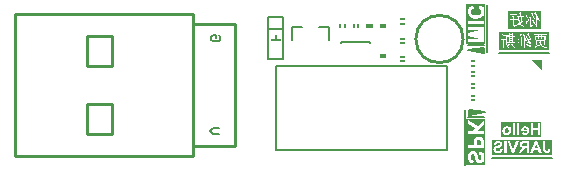
<source format=gbo>
G04*
G04 #@! TF.GenerationSoftware,Altium Limited,Altium Designer,21.6.4 (81)*
G04*
G04 Layer_Color=32896*
%FSLAX24Y24*%
%MOIN*%
G70*
G04*
G04 #@! TF.SameCoordinates,18F95803-63CF-49D0-9880-B3B199DA49BA*
G04*
G04*
G04 #@! TF.FilePolarity,Positive*
G04*
G01*
G75*
%ADD15C,0.0060*%
%ADD16C,0.0079*%
%ADD18C,0.0010*%
%ADD59C,0.0050*%
%ADD82C,0.0100*%
%ADD83C,0.0020*%
G36*
X17115Y14910D02*
X16985D01*
Y14945D01*
X17115D01*
Y14910D01*
D02*
G37*
G36*
Y14755D02*
X16985D01*
X16985Y14790D01*
X17115D01*
X17115Y14755D01*
D02*
G37*
G36*
X16490Y14730D02*
X16310D01*
Y14765D01*
X16490D01*
Y14730D01*
D02*
G37*
G36*
X16040D02*
X15860D01*
Y14765D01*
X16040D01*
Y14730D01*
D02*
G37*
G36*
X16490Y14635D02*
X16310D01*
Y14670D01*
X16490D01*
Y14635D01*
D02*
G37*
G36*
X16040D02*
X15860D01*
Y14670D01*
X16040D01*
Y14635D01*
D02*
G37*
G36*
X15595D02*
X15560D01*
Y14765D01*
X15595D01*
Y14635D01*
D02*
G37*
G36*
X15440Y14765D02*
Y14635D01*
X15405Y14635D01*
Y14765D01*
X15440Y14765D01*
D02*
G37*
G36*
X15145Y14635D02*
X15110Y14635D01*
Y14765D01*
X15145Y14765D01*
Y14635D01*
D02*
G37*
G36*
X14990D02*
X14955D01*
Y14765D01*
X14990D01*
Y14635D01*
D02*
G37*
G36*
X17115Y14260D02*
X16985D01*
Y14295D01*
X17115D01*
Y14260D01*
D02*
G37*
G36*
X12885D02*
X13005D01*
Y14200D01*
X12695D01*
Y14260D01*
X12815D01*
Y14400D01*
X12885D01*
Y14260D01*
D02*
G37*
G36*
X17115Y14105D02*
X16985D01*
X16985Y14140D01*
X17115D01*
X17115Y14105D01*
D02*
G37*
G36*
X16490Y13730D02*
X16310D01*
Y13765D01*
X16490D01*
Y13730D01*
D02*
G37*
G36*
X17115Y13660D02*
X16985D01*
X16985Y13695D01*
X17115D01*
X17115Y13660D01*
D02*
G37*
G36*
X16490Y13635D02*
X16310D01*
Y13670D01*
X16490D01*
Y13635D01*
D02*
G37*
G36*
X19465Y13510D02*
X19335D01*
Y13545D01*
X19465D01*
Y13510D01*
D02*
G37*
G36*
X17115Y13505D02*
X16985D01*
Y13540D01*
X17115D01*
Y13505D01*
D02*
G37*
G36*
X19465Y13355D02*
X19335D01*
X19335Y13390D01*
X19465D01*
X19465Y13355D01*
D02*
G37*
G36*
X21700Y13250D02*
X21400Y13550D01*
X21700D01*
X21700Y13250D01*
D02*
G37*
G36*
X19465Y13160D02*
X19335D01*
Y13195D01*
X19465D01*
Y13160D01*
D02*
G37*
G36*
Y13005D02*
X19335D01*
X19335Y13040D01*
X19465D01*
X19465Y13005D01*
D02*
G37*
G36*
Y12760D02*
X19335D01*
Y12795D01*
X19465D01*
Y12760D01*
D02*
G37*
G36*
Y12605D02*
X19335D01*
X19335Y12640D01*
X19465D01*
X19465Y12605D01*
D02*
G37*
G36*
Y12360D02*
X19335D01*
Y12395D01*
X19465D01*
Y12360D01*
D02*
G37*
G36*
Y12205D02*
X19335D01*
X19335Y12240D01*
X19465D01*
X19465Y12205D01*
D02*
G37*
G36*
X21700Y11000D02*
X20346D01*
Y11490D01*
X21700D01*
Y11000D01*
D02*
G37*
G36*
X22050Y10400D02*
X20047D01*
Y10898D01*
X22050D01*
Y10400D01*
D02*
G37*
G36*
X21950Y13900D02*
X20290D01*
Y14496D01*
X21950D01*
Y13900D01*
D02*
G37*
G36*
X21700Y15198D02*
Y14600D01*
X20568D01*
Y15198D01*
X21700D01*
D02*
G37*
G36*
X19831Y10050D02*
X19200D01*
Y11594D01*
X19831D01*
Y10050D01*
D02*
G37*
G36*
X19831Y14100D02*
X19200D01*
Y15424D01*
X19831D01*
Y14100D01*
D02*
G37*
%LPC*%
G36*
X21650Y11440D02*
X21572D01*
Y11289D01*
X21421D01*
Y11440D01*
X21343D01*
Y11056D01*
X21650D01*
Y11440D01*
D02*
G37*
G36*
X20683Y11341D02*
Y11203D01*
X20683Y11205D01*
Y11209D01*
X20682Y11213D01*
X20681Y11222D01*
X20679Y11233D01*
X20675Y11244D01*
X20672Y11257D01*
X20665Y11270D01*
Y11270D01*
X20664Y11271D01*
X20664Y11273D01*
X20662Y11275D01*
X20658Y11281D01*
X20652Y11289D01*
X20645Y11298D01*
X20636Y11306D01*
X20626Y11315D01*
X20614Y11323D01*
X20614D01*
X20613Y11323D01*
X20611Y11324D01*
X20608Y11325D01*
X20605Y11327D01*
X20602Y11328D01*
X20597Y11330D01*
X20593Y11332D01*
X20582Y11335D01*
X20569Y11338D01*
X20555Y11340D01*
X20540Y11341D01*
X20683D01*
X20396D01*
X20534D01*
X20529Y11340D01*
X20524Y11340D01*
X20518Y11339D01*
X20511Y11337D01*
X20503Y11336D01*
X20495Y11334D01*
X20487Y11331D01*
X20478Y11328D01*
X20470Y11324D01*
X20461Y11319D01*
X20452Y11313D01*
X20444Y11307D01*
X20436Y11300D01*
X20436Y11299D01*
X20435Y11298D01*
X20432Y11295D01*
X20430Y11293D01*
X20427Y11288D01*
X20423Y11284D01*
X20420Y11278D01*
X20416Y11271D01*
X20412Y11264D01*
X20408Y11256D01*
X20405Y11248D01*
X20402Y11239D01*
X20400Y11229D01*
X20397Y11219D01*
X20396Y11208D01*
X20396Y11196D01*
Y11190D01*
X20396Y11185D01*
X20397Y11180D01*
X20398Y11174D01*
X20399Y11167D01*
X20401Y11159D01*
X20403Y11151D01*
X20406Y11143D01*
X20409Y11134D01*
X20413Y11125D01*
X20418Y11116D01*
X20423Y11108D01*
X20430Y11099D01*
X20437Y11091D01*
X20437Y11091D01*
X20438Y11089D01*
X20441Y11087D01*
X20444Y11084D01*
X20448Y11082D01*
X20453Y11078D01*
X20458Y11074D01*
X20465Y11071D01*
X20472Y11067D01*
X20480Y11063D01*
X20488Y11059D01*
X20497Y11057D01*
X20507Y11054D01*
X20517Y11052D01*
X20528Y11051D01*
X20539Y11050D01*
X20683D01*
Y11341D01*
D02*
G37*
G36*
X21285D02*
X21025D01*
X21152D01*
X21147Y11340D01*
X21142Y11340D01*
X21136Y11339D01*
X21129Y11337D01*
X21122Y11336D01*
X21114Y11334D01*
X21107Y11331D01*
X21098Y11328D01*
X21090Y11323D01*
X21082Y11319D01*
X21074Y11313D01*
X21067Y11306D01*
X21060Y11299D01*
X21059Y11299D01*
X21058Y11298D01*
X21057Y11295D01*
X21054Y11291D01*
X21052Y11287D01*
X21049Y11282D01*
X21046Y11275D01*
X21042Y11268D01*
X21039Y11260D01*
X21036Y11250D01*
X21033Y11240D01*
X21030Y11229D01*
X21028Y11216D01*
X21026Y11203D01*
X21025Y11189D01*
Y11174D01*
X21209D01*
Y11173D01*
Y11172D01*
Y11170D01*
X21209Y11168D01*
X21208Y11163D01*
X21207Y11155D01*
X21205Y11147D01*
X21202Y11138D01*
X21198Y11130D01*
X21192Y11123D01*
X21192Y11122D01*
X21189Y11120D01*
X21185Y11117D01*
X21180Y11114D01*
X21174Y11111D01*
X21167Y11108D01*
X21158Y11106D01*
X21149Y11105D01*
X21147D01*
X21143Y11106D01*
X21139Y11106D01*
X21135Y11107D01*
X21130Y11109D01*
X21125Y11111D01*
X21121Y11114D01*
X21120Y11115D01*
X21118Y11116D01*
X21116Y11118D01*
X21114Y11122D01*
X21111Y11126D01*
X21108Y11131D01*
X21105Y11138D01*
X21102Y11145D01*
X21029Y11133D01*
Y11132D01*
X21030Y11131D01*
X21031Y11129D01*
X21032Y11126D01*
X21033Y11123D01*
X21035Y11119D01*
X21040Y11110D01*
X21046Y11100D01*
X21054Y11089D01*
X21063Y11080D01*
X21074Y11071D01*
X21074D01*
X21075Y11070D01*
X21077Y11069D01*
X21079Y11068D01*
X21082Y11066D01*
X21086Y11064D01*
X21090Y11063D01*
X21095Y11061D01*
X21106Y11057D01*
X21119Y11053D01*
X21134Y11051D01*
X21150Y11050D01*
X21285D01*
Y11200D01*
X21284Y11205D01*
X21284Y11210D01*
X21283Y11217D01*
X21282Y11224D01*
X21280Y11233D01*
X21276Y11250D01*
X21273Y11259D01*
X21270Y11268D01*
X21265Y11277D01*
X21260Y11285D01*
X21255Y11294D01*
X21249Y11301D01*
X21248Y11302D01*
X21247Y11303D01*
X21245Y11305D01*
X21242Y11308D01*
X21239Y11310D01*
X21234Y11314D01*
X21229Y11318D01*
X21224Y11321D01*
X21218Y11325D01*
X21210Y11329D01*
X21203Y11332D01*
X21195Y11335D01*
X21187Y11337D01*
X21177Y11339D01*
X21168Y11340D01*
X21158Y11341D01*
X21285D01*
D02*
G37*
G36*
X20965Y11440D02*
X20891D01*
Y11056D01*
X20965D01*
Y11440D01*
D02*
G37*
G36*
X20816D02*
X20742D01*
Y11056D01*
X20816D01*
Y11440D01*
D02*
G37*
%LPD*%
G36*
X21572Y11056D02*
X21421D01*
Y11224D01*
X21572D01*
Y11056D01*
D02*
G37*
G36*
X20544Y11280D02*
X20549Y11280D01*
X20556Y11278D01*
X20564Y11275D01*
X20572Y11271D01*
X20581Y11266D01*
X20588Y11259D01*
X20589Y11258D01*
X20591Y11255D01*
X20594Y11249D01*
X20598Y11243D01*
X20602Y11234D01*
X20604Y11223D01*
X20607Y11210D01*
X20608Y11195D01*
Y11195D01*
Y11194D01*
Y11192D01*
X20607Y11189D01*
Y11185D01*
X20607Y11181D01*
X20605Y11172D01*
X20603Y11162D01*
X20599Y11151D01*
X20595Y11140D01*
X20588Y11132D01*
X20587Y11130D01*
X20585Y11128D01*
X20581Y11125D01*
X20574Y11121D01*
X20568Y11117D01*
X20559Y11113D01*
X20550Y11111D01*
X20539Y11110D01*
X20537D01*
X20534Y11111D01*
X20529Y11111D01*
X20523Y11113D01*
X20515Y11115D01*
X20507Y11119D01*
X20499Y11124D01*
X20491Y11132D01*
X20490Y11133D01*
X20488Y11135D01*
X20485Y11141D01*
X20481Y11148D01*
X20477Y11157D01*
X20475Y11168D01*
X20472Y11181D01*
X20471Y11195D01*
Y11196D01*
Y11197D01*
Y11199D01*
X20472Y11202D01*
Y11205D01*
X20472Y11210D01*
X20473Y11219D01*
X20476Y11229D01*
X20480Y11239D01*
X20484Y11250D01*
X20491Y11259D01*
X20492Y11260D01*
X20494Y11262D01*
X20499Y11266D01*
X20504Y11270D01*
X20512Y11274D01*
X20519Y11278D01*
X20529Y11280D01*
X20539Y11281D01*
X20542D01*
X20544Y11280D01*
D02*
G37*
G36*
X20683Y11050D02*
X20543D01*
X20546Y11051D01*
X20549D01*
X20553Y11051D01*
X20563Y11052D01*
X20574Y11054D01*
X20587Y11057D01*
X20599Y11062D01*
X20613Y11067D01*
X20613D01*
X20614Y11068D01*
X20616Y11069D01*
X20618Y11071D01*
X20624Y11074D01*
X20632Y11080D01*
X20640Y11087D01*
X20649Y11096D01*
X20658Y11106D01*
X20665Y11118D01*
Y11118D01*
X20666Y11119D01*
X20667Y11121D01*
X20668Y11124D01*
X20669Y11127D01*
X20671Y11131D01*
X20673Y11135D01*
X20674Y11140D01*
X20676Y11146D01*
X20678Y11152D01*
X20680Y11166D01*
X20683Y11182D01*
X20683Y11199D01*
Y11050D01*
D02*
G37*
G36*
X21162Y11283D02*
X21167Y11282D01*
X21173Y11280D01*
X21180Y11277D01*
X21187Y11273D01*
X21193Y11266D01*
X21193Y11266D01*
X21195Y11263D01*
X21198Y11259D01*
X21200Y11254D01*
X21204Y11247D01*
X21206Y11239D01*
X21208Y11229D01*
X21208Y11219D01*
X21098D01*
Y11219D01*
Y11220D01*
Y11221D01*
X21099Y11224D01*
X21099Y11230D01*
X21101Y11236D01*
X21103Y11244D01*
X21106Y11253D01*
X21110Y11260D01*
X21115Y11267D01*
X21116Y11268D01*
X21118Y11270D01*
X21121Y11273D01*
X21126Y11276D01*
X21131Y11279D01*
X21138Y11281D01*
X21145Y11284D01*
X21153Y11284D01*
X21157D01*
X21162Y11283D01*
D02*
G37*
G36*
X21285Y11050D02*
X21153D01*
X21157Y11051D01*
X21162D01*
X21168Y11052D01*
X21175Y11053D01*
X21183Y11054D01*
X21190Y11056D01*
X21199Y11058D01*
X21208Y11062D01*
X21217Y11066D01*
X21226Y11070D01*
X21235Y11076D01*
X21243Y11082D01*
X21250Y11089D01*
X21258Y11097D01*
X21258Y11098D01*
X21259Y11099D01*
X21260Y11101D01*
X21262Y11104D01*
X21264Y11108D01*
X21266Y11112D01*
X21269Y11117D01*
X21271Y11123D01*
X21274Y11130D01*
X21276Y11137D01*
X21279Y11145D01*
X21280Y11154D01*
X21282Y11163D01*
X21284Y11172D01*
X21284Y11183D01*
X21285Y11193D01*
Y11050D01*
D02*
G37*
%LPC*%
G36*
X20936Y10841D02*
X20852D01*
X20755Y10557D01*
X20661Y10841D01*
X20578D01*
X20715Y10457D01*
X20578D01*
D01*
X20936D01*
D01*
X20798D01*
X20936Y10841D01*
D02*
G37*
G36*
X21562D02*
X21480D01*
X21326Y10457D01*
X21711D01*
X21562Y10841D01*
D02*
G37*
G36*
X21284D02*
X21111D01*
X21106Y10841D01*
X21100D01*
X21094Y10840D01*
X21086D01*
X21072Y10839D01*
X21057Y10837D01*
X21043Y10834D01*
X21037Y10832D01*
X21032Y10831D01*
X21031D01*
X21030Y10830D01*
X21027Y10829D01*
X21022Y10826D01*
X21015Y10822D01*
X21008Y10817D01*
X21001Y10811D01*
X20994Y10803D01*
X20987Y10794D01*
Y10793D01*
X20987Y10792D01*
X20985Y10791D01*
X20984Y10789D01*
X20982Y10784D01*
X20978Y10776D01*
X20975Y10767D01*
X20973Y10757D01*
X20970Y10746D01*
X20970Y10734D01*
Y10733D01*
Y10732D01*
Y10729D01*
X20970Y10726D01*
Y10723D01*
X20971Y10719D01*
X20973Y10709D01*
X20976Y10697D01*
X20980Y10685D01*
X20987Y10673D01*
X20991Y10668D01*
X20995Y10662D01*
X20996Y10661D01*
X20997Y10661D01*
X20998Y10659D01*
X21000Y10658D01*
X21003Y10655D01*
X21006Y10653D01*
X21010Y10650D01*
X21014Y10647D01*
X21019Y10644D01*
X21025Y10641D01*
X21032Y10638D01*
X21038Y10635D01*
X21046Y10633D01*
X21054Y10630D01*
X21062Y10628D01*
X21071Y10626D01*
X21071D01*
X21070Y10626D01*
X21067Y10624D01*
X21063Y10621D01*
X21057Y10617D01*
X21050Y10612D01*
X21044Y10607D01*
X21037Y10601D01*
X21030Y10594D01*
X21030Y10594D01*
X21027Y10591D01*
X21024Y10587D01*
X21019Y10580D01*
X21012Y10572D01*
X21009Y10566D01*
X21005Y10560D01*
X21000Y10554D01*
X20996Y10548D01*
X20991Y10540D01*
X20986Y10532D01*
X20939Y10457D01*
X21127D01*
X21032D01*
X21088Y10540D01*
X21088Y10541D01*
X21089Y10543D01*
X21090Y10545D01*
X21093Y10548D01*
X21095Y10551D01*
X21098Y10555D01*
X21104Y10564D01*
X21111Y10574D01*
X21118Y10583D01*
X21124Y10592D01*
X21126Y10594D01*
X21129Y10597D01*
X21129Y10598D01*
X21130Y10599D01*
X21133Y10601D01*
X21135Y10604D01*
X21139Y10606D01*
X21143Y10609D01*
X21148Y10611D01*
X21152Y10613D01*
X21153D01*
X21154Y10614D01*
X21157Y10615D01*
X21161Y10615D01*
X21167Y10617D01*
X21174Y10617D01*
X21181Y10618D01*
X21206D01*
Y10457D01*
X21284D01*
Y10841D01*
D02*
G37*
G36*
X20541D02*
X20464D01*
Y10457D01*
X20541D01*
Y10841D01*
D02*
G37*
G36*
X21832D02*
X21754D01*
Y10586D01*
X21755Y10581D01*
X21755Y10570D01*
X21756Y10559D01*
X21758Y10547D01*
X21760Y10534D01*
X21763Y10524D01*
Y10523D01*
X21764Y10522D01*
X21764Y10520D01*
X21765Y10518D01*
X21768Y10512D01*
X21772Y10504D01*
X21778Y10496D01*
X21785Y10487D01*
X21794Y10478D01*
X21804Y10470D01*
X21805D01*
X21805Y10469D01*
X21807Y10468D01*
X21810Y10467D01*
X21812Y10466D01*
X21816Y10464D01*
X21820Y10462D01*
X21825Y10460D01*
X21830Y10458D01*
X21836Y10456D01*
X21849Y10453D01*
X21865Y10451D01*
X21882Y10450D01*
X21754D01*
D01*
X22000D01*
X21887D01*
X21891Y10451D01*
X21896Y10451D01*
X21901Y10452D01*
X21907Y10453D01*
X21914Y10454D01*
X21928Y10458D01*
X21936Y10461D01*
X21943Y10463D01*
X21950Y10467D01*
X21957Y10471D01*
X21963Y10476D01*
X21969Y10482D01*
X21970Y10482D01*
X21971Y10483D01*
X21972Y10485D01*
X21974Y10488D01*
X21977Y10491D01*
X21979Y10495D01*
X21982Y10500D01*
X21984Y10505D01*
X21988Y10512D01*
X21991Y10518D01*
X21993Y10526D01*
X21995Y10534D01*
X21997Y10543D01*
X21999Y10553D01*
X21999Y10564D01*
X22000Y10575D01*
X21926Y10583D01*
Y10583D01*
Y10582D01*
Y10580D01*
X21926Y10578D01*
Y10572D01*
X21925Y10565D01*
X21923Y10557D01*
X21922Y10549D01*
X21920Y10543D01*
X21917Y10537D01*
X21916Y10535D01*
X21915Y10533D01*
X21912Y10530D01*
X21907Y10527D01*
X21902Y10523D01*
X21896Y10519D01*
X21888Y10517D01*
X21879Y10516D01*
X21875D01*
X21870Y10517D01*
X21865Y10518D01*
X21859Y10519D01*
X21853Y10522D01*
X21847Y10525D01*
X21843Y10530D01*
X21842Y10531D01*
X21841Y10534D01*
X21840Y10538D01*
X21837Y10544D01*
X21836Y10548D01*
X21835Y10552D01*
X21835Y10557D01*
X21834Y10563D01*
X21833Y10569D01*
X21832Y10576D01*
X21832Y10584D01*
Y10592D01*
Y10841D01*
D02*
G37*
G36*
X20256Y10848D02*
X20249D01*
X20244Y10848D01*
X20238Y10847D01*
X20231Y10847D01*
X20223Y10846D01*
X20215Y10845D01*
X20197Y10841D01*
X20188Y10838D01*
X20180Y10835D01*
X20171Y10831D01*
X20162Y10827D01*
X20155Y10822D01*
X20147Y10816D01*
X20147Y10816D01*
X20146Y10815D01*
X20144Y10813D01*
X20142Y10811D01*
X20139Y10807D01*
X20136Y10804D01*
X20132Y10799D01*
X20129Y10794D01*
X20125Y10788D01*
X20122Y10782D01*
X20119Y10775D01*
X20116Y10767D01*
X20113Y10759D01*
X20111Y10750D01*
X20109Y10741D01*
X20109Y10731D01*
X20186Y10729D01*
Y10729D01*
Y10730D01*
X20187Y10734D01*
X20188Y10739D01*
X20191Y10745D01*
X20193Y10752D01*
X20197Y10759D01*
X20202Y10765D01*
X20208Y10771D01*
X20208Y10771D01*
X20211Y10773D01*
X20215Y10775D01*
X20220Y10777D01*
X20227Y10780D01*
X20235Y10782D01*
X20245Y10784D01*
X20257Y10784D01*
X20262D01*
X20268Y10784D01*
X20276Y10782D01*
X20284Y10781D01*
X20293Y10778D01*
X20301Y10775D01*
X20309Y10770D01*
X20309Y10769D01*
X20311Y10768D01*
X20313Y10766D01*
X20315Y10764D01*
X20317Y10760D01*
X20319Y10756D01*
X20321Y10751D01*
X20321Y10746D01*
Y10745D01*
Y10744D01*
X20321Y10741D01*
X20319Y10738D01*
X20318Y10734D01*
X20317Y10730D01*
X20314Y10726D01*
X20310Y10723D01*
X20309Y10722D01*
X20307Y10720D01*
X20305Y10719D01*
X20302Y10718D01*
X20299Y10716D01*
X20296Y10715D01*
X20291Y10713D01*
X20286Y10711D01*
X20280Y10709D01*
X20274Y10706D01*
X20266Y10704D01*
X20258Y10702D01*
X20249Y10700D01*
X20239Y10697D01*
X20238D01*
X20236Y10696D01*
X20233Y10696D01*
X20230Y10695D01*
X20225Y10694D01*
X20220Y10692D01*
X20213Y10690D01*
X20207Y10689D01*
X20194Y10684D01*
X20180Y10680D01*
X20167Y10675D01*
X20161Y10672D01*
X20156Y10669D01*
X20155D01*
X20155Y10669D01*
X20151Y10666D01*
X20146Y10663D01*
X20140Y10659D01*
X20134Y10653D01*
X20126Y10646D01*
X20119Y10639D01*
X20113Y10630D01*
X20112Y10629D01*
X20111Y10625D01*
X20108Y10620D01*
X20105Y10613D01*
X20102Y10604D01*
X20100Y10594D01*
X20098Y10582D01*
X20097Y10569D01*
Y10563D01*
X20098Y10560D01*
X20099Y10557D01*
X20100Y10549D01*
X20102Y10539D01*
X20105Y10528D01*
X20110Y10518D01*
X20116Y10507D01*
Y10506D01*
X20117Y10505D01*
X20120Y10502D01*
X20124Y10497D01*
X20130Y10491D01*
X20137Y10483D01*
X20146Y10477D01*
X20156Y10470D01*
X20168Y10464D01*
X20169D01*
X20170Y10463D01*
X20172Y10463D01*
X20175Y10462D01*
X20178Y10461D01*
X20182Y10459D01*
X20186Y10458D01*
X20191Y10457D01*
X20197Y10456D01*
X20203Y10454D01*
X20218Y10452D01*
X20234Y10451D01*
X20252Y10450D01*
X20097D01*
D01*
X20410D01*
D01*
X20259D01*
X20264Y10451D01*
X20270Y10451D01*
X20277Y10452D01*
X20284Y10453D01*
X20293Y10454D01*
X20311Y10458D01*
X20321Y10461D01*
X20329Y10464D01*
X20339Y10468D01*
X20348Y10472D01*
X20356Y10477D01*
X20364Y10483D01*
X20364Y10484D01*
X20366Y10485D01*
X20368Y10487D01*
X20370Y10489D01*
X20373Y10493D01*
X20377Y10498D01*
X20381Y10503D01*
X20384Y10508D01*
X20388Y10515D01*
X20392Y10522D01*
X20396Y10530D01*
X20400Y10539D01*
X20403Y10549D01*
X20406Y10559D01*
X20408Y10570D01*
X20410Y10582D01*
D01*
X20334Y10589D01*
Y10589D01*
X20334Y10588D01*
Y10585D01*
X20333Y10583D01*
X20331Y10577D01*
X20328Y10568D01*
X20325Y10559D01*
X20320Y10549D01*
X20314Y10541D01*
X20307Y10533D01*
X20306Y10533D01*
X20303Y10530D01*
X20299Y10528D01*
X20292Y10524D01*
X20284Y10521D01*
X20275Y10518D01*
X20263Y10516D01*
X20251Y10515D01*
X20245D01*
X20238Y10517D01*
X20230Y10518D01*
X20221Y10519D01*
X20211Y10522D01*
X20202Y10526D01*
X20195Y10531D01*
X20193Y10532D01*
X20191Y10534D01*
X20188Y10537D01*
X20185Y10542D01*
X20181Y10547D01*
X20178Y10554D01*
X20176Y10560D01*
X20175Y10568D01*
Y10569D01*
Y10570D01*
X20176Y10573D01*
X20176Y10577D01*
X20177Y10580D01*
X20178Y10584D01*
X20181Y10588D01*
X20183Y10592D01*
X20184Y10592D01*
X20185Y10593D01*
X20187Y10595D01*
X20190Y10597D01*
X20193Y10600D01*
X20198Y10603D01*
X20204Y10605D01*
X20211Y10608D01*
X20212D01*
X20214Y10609D01*
X20218Y10610D01*
X20221Y10611D01*
X20224Y10612D01*
X20228Y10613D01*
X20232Y10615D01*
X20237Y10616D01*
X20243Y10618D01*
X20250Y10619D01*
X20257Y10621D01*
X20265Y10623D01*
X20273Y10625D01*
X20274D01*
X20276Y10626D01*
X20280Y10627D01*
X20283Y10628D01*
X20288Y10630D01*
X20294Y10631D01*
X20301Y10634D01*
X20308Y10636D01*
X20322Y10641D01*
X20336Y10648D01*
X20343Y10651D01*
X20349Y10655D01*
X20356Y10659D01*
X20361Y10663D01*
X20361Y10664D01*
X20362Y10665D01*
X20364Y10666D01*
X20366Y10669D01*
X20369Y10672D01*
X20372Y10676D01*
X20375Y10680D01*
X20378Y10685D01*
X20384Y10696D01*
X20390Y10710D01*
X20392Y10717D01*
X20394Y10724D01*
X20395Y10732D01*
X20396Y10741D01*
Y10741D01*
Y10742D01*
Y10744D01*
Y10746D01*
X20394Y10751D01*
X20393Y10759D01*
X20392Y10767D01*
X20389Y10776D01*
X20385Y10786D01*
X20379Y10796D01*
Y10796D01*
X20379Y10797D01*
X20376Y10800D01*
X20373Y10805D01*
X20367Y10810D01*
X20361Y10816D01*
X20352Y10823D01*
X20343Y10829D01*
X20332Y10835D01*
X20331D01*
X20330Y10835D01*
X20328Y10836D01*
X20326Y10837D01*
X20323Y10838D01*
X20319Y10839D01*
X20315Y10840D01*
X20310Y10842D01*
X20299Y10844D01*
X20286Y10846D01*
X20272Y10848D01*
X20256Y10848D01*
D02*
G37*
%LPD*%
G36*
X21574Y10609D02*
X21468D01*
X21522Y10752D01*
X21574Y10609D01*
D02*
G37*
G36*
X21629Y10457D02*
X21409D01*
X21443Y10544D01*
X21597D01*
X21629Y10457D01*
D02*
G37*
G36*
X21206Y10679D02*
X21131D01*
X21120Y10679D01*
X21108Y10680D01*
X21096Y10680D01*
X21091Y10681D01*
X21087Y10681D01*
X21083Y10683D01*
X21080Y10683D01*
X21079D01*
X21078Y10684D01*
X21075Y10685D01*
X21072Y10687D01*
X21065Y10692D01*
X21061Y10695D01*
X21058Y10699D01*
X21058Y10700D01*
X21057Y10701D01*
X21055Y10704D01*
X21054Y10707D01*
X21053Y10711D01*
X21051Y10716D01*
X21050Y10722D01*
X21050Y10728D01*
Y10729D01*
Y10731D01*
X21050Y10735D01*
X21051Y10739D01*
X21053Y10744D01*
X21054Y10749D01*
X21057Y10755D01*
X21060Y10759D01*
X21061Y10760D01*
X21062Y10761D01*
X21065Y10763D01*
X21068Y10766D01*
X21072Y10769D01*
X21077Y10771D01*
X21083Y10773D01*
X21090Y10775D01*
X21090D01*
X21092Y10775D01*
X21095D01*
X21100Y10776D01*
X21113D01*
X21118Y10776D01*
X21206D01*
Y10679D01*
D02*
G37*
%LPC*%
G36*
X21467Y14438D02*
X21427Y14390D01*
X21585D01*
Y14342D01*
X21516D01*
X21494Y14363D01*
X21462Y14330D01*
X21478Y14316D01*
Y14315D01*
Y14313D01*
Y14310D01*
Y14306D01*
Y14301D01*
Y14296D01*
Y14284D01*
X21477Y14270D01*
Y14257D01*
X21477Y14250D01*
Y14245D01*
X21476Y14239D01*
Y14235D01*
X21515Y14223D01*
Y14244D01*
X21798D01*
Y14231D01*
X21841Y14216D01*
Y14217D01*
Y14218D01*
Y14220D01*
X21840Y14224D01*
Y14227D01*
Y14231D01*
X21839Y14241D01*
X21839Y14252D01*
Y14265D01*
X21838Y14277D01*
Y14290D01*
Y14290D01*
Y14291D01*
Y14293D01*
Y14295D01*
Y14299D01*
Y14302D01*
Y14311D01*
X21839Y14321D01*
X21839Y14334D01*
X21840Y14347D01*
X21841Y14361D01*
X21801Y14342D01*
X21731D01*
Y14390D01*
X21839D01*
X21843Y14389D01*
X21848D01*
X21854Y14388D01*
X21861Y14387D01*
X21869Y14385D01*
X21878Y14383D01*
X21900Y14412D01*
X21494D01*
X21467Y14438D01*
D02*
G37*
G36*
X20833Y14444D02*
X20340D01*
X20650D01*
X20594Y14418D01*
X20610Y14402D01*
Y14353D01*
X20604D01*
X20580Y14374D01*
X20542Y14330D01*
X20610D01*
Y14139D01*
X20607D01*
X20582Y14162D01*
X20545Y14120D01*
X20545Y14124D01*
Y14125D01*
X20544Y14126D01*
Y14129D01*
X20544Y14133D01*
X20543Y14137D01*
X20542Y14143D01*
X20542Y14149D01*
X20541Y14156D01*
X20541Y14165D01*
X20540Y14174D01*
Y14184D01*
X20540Y14195D01*
X20539Y14206D01*
X20539Y14219D01*
Y14232D01*
Y14246D01*
Y14247D01*
Y14249D01*
Y14254D01*
Y14259D01*
Y14266D01*
Y14274D01*
Y14283D01*
Y14294D01*
X20539Y14305D01*
Y14316D01*
Y14329D01*
X20540Y14342D01*
X20540Y14368D01*
X20541Y14396D01*
X20505Y14377D01*
X20504D01*
X20501Y14378D01*
X20498Y14379D01*
X20492Y14380D01*
X20485Y14382D01*
X20478Y14384D01*
X20469Y14386D01*
X20460Y14389D01*
X20440Y14395D01*
X20420Y14403D01*
X20411Y14407D01*
X20402Y14412D01*
X20394Y14417D01*
X20387Y14423D01*
X20351Y14375D01*
X20360D01*
X20365Y14374D01*
X20371Y14373D01*
X20378Y14373D01*
X20387Y14372D01*
X20396Y14371D01*
X20408Y14370D01*
X20420Y14369D01*
X20433Y14367D01*
X20448Y14365D01*
X20464Y14363D01*
X20482Y14360D01*
X20501Y14357D01*
Y14250D01*
X20406D01*
X20381Y14272D01*
X20340Y14227D01*
X20402D01*
Y14055D01*
Y14055D01*
Y14054D01*
Y14053D01*
Y14050D01*
Y14048D01*
Y14044D01*
Y14040D01*
Y14035D01*
X20401Y14029D01*
Y14023D01*
Y14016D01*
Y14008D01*
X20401Y13999D01*
Y13990D01*
X20400Y13979D01*
Y13968D01*
X20442Y13952D01*
X20340D01*
X20446D01*
X20442D01*
Y13952D01*
Y13953D01*
Y13955D01*
Y13957D01*
Y13961D01*
Y13964D01*
X20441Y13968D01*
Y13973D01*
Y13979D01*
Y13984D01*
Y13998D01*
X20441Y14014D01*
Y14032D01*
Y14052D01*
X20440Y14073D01*
Y14095D01*
Y14119D01*
X20440Y14145D01*
Y14171D01*
Y14199D01*
Y14227D01*
X20501D01*
Y14226D01*
Y14225D01*
Y14224D01*
Y14221D01*
Y14219D01*
Y14215D01*
Y14206D01*
Y14196D01*
X20501Y14184D01*
X20502Y14171D01*
X20503Y14157D01*
X20505Y14143D01*
X20507Y14127D01*
X20509Y14112D01*
X20512Y14097D01*
X20516Y14083D01*
X20520Y14069D01*
X20526Y14057D01*
X20532Y14045D01*
X20532Y14045D01*
X20534Y14043D01*
X20535Y14040D01*
X20538Y14036D01*
X20542Y14032D01*
X20546Y14026D01*
X20551Y14020D01*
X20557Y14013D01*
X20563Y14006D01*
X20570Y13998D01*
X20578Y13991D01*
X20587Y13983D01*
X20596Y13975D01*
X20606Y13967D01*
X20616Y13959D01*
X20627Y13952D01*
D01*
X20635Y13964D01*
X20635Y13965D01*
X20633Y13966D01*
X20631Y13968D01*
X20628Y13971D01*
X20625Y13974D01*
X20621Y13978D01*
X20617Y13983D01*
X20612Y13988D01*
X20602Y13999D01*
X20592Y14012D01*
X20582Y14026D01*
X20573Y14040D01*
Y14041D01*
X20572Y14042D01*
X20571Y14044D01*
X20570Y14047D01*
X20567Y14051D01*
X20566Y14055D01*
X20564Y14060D01*
X20561Y14065D01*
X20556Y14078D01*
X20552Y14092D01*
X20547Y14108D01*
X20546Y14116D01*
X20791D01*
X20812Y14111D01*
X20833Y14139D01*
X20752D01*
Y14330D01*
X20781D01*
X20800Y14326D01*
X20821Y14353D01*
X20752D01*
Y14353D01*
Y14355D01*
Y14357D01*
Y14359D01*
Y14363D01*
Y14367D01*
Y14372D01*
Y14377D01*
X20753Y14383D01*
Y14390D01*
X20753Y14405D01*
X20754Y14421D01*
X20754Y14440D01*
X20698Y14415D01*
X20715Y14397D01*
Y14353D01*
X20647D01*
Y14353D01*
Y14355D01*
Y14357D01*
Y14360D01*
Y14363D01*
Y14367D01*
Y14372D01*
Y14378D01*
X20648Y14384D01*
Y14391D01*
Y14398D01*
X20648Y14406D01*
Y14415D01*
X20649Y14424D01*
X20650Y14444D01*
X20833D01*
D01*
D02*
G37*
G36*
X21052Y14432D02*
X21051Y14431D01*
X21049Y14431D01*
X21046Y14429D01*
X21041Y14427D01*
X21036Y14424D01*
X21031Y14421D01*
X21019Y14414D01*
X21006Y14406D01*
X21000Y14402D01*
X20995Y14397D01*
X20990Y14393D01*
X20986Y14390D01*
X20984Y14386D01*
X20983Y14382D01*
Y14382D01*
X20982Y14380D01*
Y14376D01*
Y14372D01*
X20983Y14367D01*
X20984Y14362D01*
X20986Y14356D01*
X20990Y14351D01*
X20990Y14351D01*
X20991Y14349D01*
X20994Y14347D01*
X20996Y14345D01*
X20999Y14342D01*
X21001Y14340D01*
X21004Y14339D01*
X21007Y14338D01*
X21008D01*
X21009Y14339D01*
X21011Y14339D01*
X21013Y14341D01*
X21015Y14343D01*
X21018Y14347D01*
X21021Y14352D01*
X21023Y14359D01*
Y14360D01*
X21024Y14360D01*
X21025Y14363D01*
X21027Y14369D01*
X21031Y14376D01*
X21035Y14385D01*
X21042Y14396D01*
X21050Y14408D01*
X21060Y14422D01*
X21052Y14432D01*
D02*
G37*
G36*
X21125Y14446D02*
D01*
X21068Y14413D01*
X21085Y14400D01*
X21086Y14399D01*
X21087Y14396D01*
X21088Y14395D01*
X21089Y14392D01*
X21091Y14389D01*
X21092Y14385D01*
X21095Y14381D01*
X21097Y14376D01*
X21100Y14370D01*
X21102Y14363D01*
X21105Y14357D01*
X21109Y14348D01*
X21113Y14340D01*
X21117Y14330D01*
X20960D01*
X20929Y14360D01*
X20889Y14307D01*
X21004D01*
Y14231D01*
X20969D01*
X20937Y14261D01*
X20899Y14209D01*
X21004D01*
Y14133D01*
X20970D01*
X20939Y14160D01*
X20899Y14110D01*
X21004D01*
Y14026D01*
X20950D01*
X20919Y14055D01*
X20878Y14003D01*
X21117D01*
Y13968D01*
X21157Y13952D01*
X20878D01*
D01*
X21364D01*
X21157D01*
Y13952D01*
Y13954D01*
Y13959D01*
X21156Y13965D01*
Y13969D01*
Y13973D01*
Y13978D01*
Y13984D01*
Y13990D01*
X21156Y13997D01*
Y14005D01*
Y14013D01*
Y14022D01*
Y14032D01*
X21155Y14043D01*
Y14054D01*
Y14067D01*
Y14080D01*
Y14094D01*
Y14109D01*
X21155Y14125D01*
Y14143D01*
Y14160D01*
Y14179D01*
Y14200D01*
Y14221D01*
Y14243D01*
Y14266D01*
X21155Y14265D01*
Y14263D01*
X21156Y14261D01*
X21157Y14257D01*
X21159Y14254D01*
X21161Y14250D01*
X21163Y14244D01*
X21165Y14239D01*
X21169Y14232D01*
X21172Y14225D01*
X21177Y14218D01*
X21182Y14210D01*
X21187Y14201D01*
X21194Y14192D01*
X21201Y14182D01*
X21214Y14190D01*
X21213Y14190D01*
X21212Y14193D01*
X21211Y14196D01*
X21208Y14201D01*
X21206Y14206D01*
X21202Y14213D01*
X21198Y14221D01*
X21195Y14230D01*
X21190Y14239D01*
X21186Y14249D01*
X21181Y14260D01*
X21176Y14271D01*
X21167Y14294D01*
X21159Y14318D01*
Y14319D01*
X21157Y14321D01*
X21156Y14325D01*
X21155Y14329D01*
X21153Y14335D01*
X21151Y14342D01*
X21149Y14350D01*
X21146Y14358D01*
X21144Y14368D01*
X21140Y14378D01*
X21135Y14400D01*
X21130Y14423D01*
X21125Y14446D01*
D02*
G37*
G36*
X21274Y14436D02*
X21220Y14405D01*
X21240Y14393D01*
X21240Y14392D01*
X21241Y14391D01*
X21242Y14388D01*
X21245Y14383D01*
X21248Y14378D01*
X21251Y14372D01*
X21256Y14365D01*
X21261Y14357D01*
X21266Y14347D01*
X21272Y14337D01*
X21279Y14326D01*
X21286Y14314D01*
X21295Y14300D01*
X21303Y14286D01*
X21312Y14271D01*
X21322Y14255D01*
X21250Y14262D01*
X21249Y14262D01*
X21248Y14264D01*
X21247Y14267D01*
X21245Y14270D01*
X21243Y14275D01*
X21241Y14280D01*
X21238Y14286D01*
X21235Y14292D01*
X21229Y14306D01*
X21223Y14321D01*
X21217Y14336D01*
X21212Y14351D01*
X21166Y14316D01*
X21182Y14305D01*
X21182Y14304D01*
X21185Y14300D01*
X21187Y14295D01*
X21192Y14288D01*
X21197Y14279D01*
X21203Y14269D01*
X21210Y14258D01*
X21218Y14246D01*
X21226Y14233D01*
X21236Y14220D01*
X21256Y14193D01*
X21277Y14166D01*
X21288Y14153D01*
X21299Y14141D01*
X21299D01*
X21297Y14142D01*
X21293Y14143D01*
X21289Y14144D01*
X21283Y14145D01*
X21277Y14146D01*
X21270Y14148D01*
X21262Y14149D01*
X21252Y14151D01*
X21243Y14153D01*
X21233Y14155D01*
X21222Y14157D01*
X21200Y14161D01*
X21176Y14166D01*
X21172Y14149D01*
X21173D01*
X21175Y14148D01*
X21177Y14148D01*
X21181Y14146D01*
X21186Y14145D01*
X21191Y14143D01*
X21197Y14141D01*
X21203Y14139D01*
X21217Y14135D01*
X21233Y14129D01*
X21250Y14123D01*
X21266Y14116D01*
X21266D01*
X21267Y14116D01*
X21270Y14115D01*
X21272Y14114D01*
X21276Y14112D01*
X21280Y14110D01*
X21289Y14106D01*
X21298Y14100D01*
X21308Y14095D01*
X21317Y14089D01*
X21321Y14086D01*
X21324Y14083D01*
X21358Y14134D01*
X21358D01*
X21355Y14135D01*
X21352Y14136D01*
X21347Y14138D01*
X21341Y14142D01*
X21333Y14147D01*
X21325Y14154D01*
X21316Y14162D01*
X21316Y14163D01*
X21315Y14163D01*
X21313Y14165D01*
X21312Y14167D01*
X21309Y14170D01*
X21307Y14173D01*
X21303Y14177D01*
X21299Y14181D01*
X21295Y14186D01*
X21291Y14193D01*
X21286Y14199D01*
X21281Y14206D01*
X21275Y14214D01*
X21270Y14221D01*
X21263Y14230D01*
X21257Y14240D01*
X21258D01*
X21260Y14239D01*
X21262Y14238D01*
X21266Y14237D01*
X21271Y14235D01*
X21277Y14234D01*
X21283Y14231D01*
X21291Y14229D01*
X21292D01*
X21295Y14228D01*
X21299Y14226D01*
X21304Y14224D01*
X21311Y14221D01*
X21318Y14218D01*
X21325Y14213D01*
X21333Y14206D01*
X21364Y14252D01*
X21363Y14253D01*
X21361Y14254D01*
X21358Y14256D01*
X21356Y14257D01*
X21353Y14260D01*
X21350Y14263D01*
X21346Y14267D01*
X21342Y14272D01*
X21338Y14277D01*
X21334Y14284D01*
X21329Y14292D01*
X21324Y14301D01*
X21319Y14311D01*
X21314Y14322D01*
X21314Y14323D01*
X21313Y14325D01*
X21312Y14329D01*
X21310Y14334D01*
X21307Y14339D01*
X21305Y14346D01*
X21302Y14353D01*
X21299Y14361D01*
X21296Y14370D01*
X21292Y14379D01*
X21286Y14398D01*
X21279Y14417D01*
X21274Y14436D01*
D02*
G37*
G36*
X21524Y14228D02*
X21490Y14193D01*
X21509Y14176D01*
Y14175D01*
Y14173D01*
Y14169D01*
Y14164D01*
Y14157D01*
Y14150D01*
Y14141D01*
X21508Y14133D01*
Y14114D01*
X21508Y14095D01*
Y14086D01*
X21507Y14078D01*
Y14070D01*
X21507Y14063D01*
X21549Y14048D01*
Y14184D01*
X21770D01*
Y14059D01*
X21812Y14040D01*
Y14040D01*
Y14042D01*
Y14045D01*
X21811Y14048D01*
Y14053D01*
Y14058D01*
X21811Y14063D01*
Y14070D01*
X21810Y14084D01*
Y14100D01*
X21810Y14116D01*
Y14133D01*
Y14133D01*
Y14135D01*
Y14137D01*
Y14140D01*
Y14144D01*
Y14149D01*
Y14155D01*
Y14161D01*
X21810Y14174D01*
X21811Y14190D01*
X21811Y14206D01*
X21812Y14224D01*
X21774Y14207D01*
X21548D01*
X21524Y14228D01*
D02*
G37*
G36*
X20661Y14108D02*
X20660Y14108D01*
X20658Y14107D01*
X20656Y14105D01*
X20652Y14104D01*
X20647Y14102D01*
X20642Y14099D01*
X20632Y14093D01*
X20621Y14086D01*
X20610Y14079D01*
X20606Y14075D01*
X20602Y14073D01*
X20599Y14070D01*
X20596Y14067D01*
X20596Y14067D01*
X20595Y14065D01*
X20594Y14063D01*
X20592Y14059D01*
X20589Y14052D01*
X20588Y14048D01*
X20587Y14043D01*
Y14043D01*
Y14041D01*
X20588Y14039D01*
Y14036D01*
X20589Y14032D01*
X20590Y14028D01*
X20591Y14024D01*
X20594Y14019D01*
Y14018D01*
X20595Y14017D01*
X20596Y14015D01*
X20597Y14013D01*
X20600Y14010D01*
X20602Y14008D01*
X20605Y14007D01*
X20607Y14007D01*
X20608D01*
X20609Y14007D01*
X20611Y14008D01*
X20614Y14010D01*
X20616Y14013D01*
X20619Y14017D01*
X20622Y14023D01*
X20623Y14027D01*
X20625Y14031D01*
Y14032D01*
X20625Y14032D01*
X20626Y14034D01*
X20627Y14036D01*
X20628Y14039D01*
X20630Y14042D01*
X20635Y14050D01*
X20641Y14060D01*
X20648Y14071D01*
X20657Y14083D01*
X20668Y14096D01*
X20661Y14108D01*
D02*
G37*
G36*
X21170Y14090D02*
X21166Y14073D01*
X21167Y14072D01*
X21169Y14072D01*
X21172Y14070D01*
X21176Y14068D01*
X21181Y14066D01*
X21187Y14063D01*
X21193Y14060D01*
X21201Y14057D01*
X21216Y14050D01*
X21232Y14042D01*
X21249Y14034D01*
X21265Y14026D01*
X21265D01*
X21266Y14025D01*
X21268Y14024D01*
X21271Y14023D01*
X21278Y14019D01*
X21286Y14014D01*
X21295Y14008D01*
X21304Y14001D01*
X21312Y13994D01*
X21319Y13987D01*
X21354Y14032D01*
X21353Y14032D01*
X21350Y14033D01*
X21346Y14034D01*
X21339Y14036D01*
X21331Y14039D01*
X21320Y14042D01*
X21308Y14046D01*
X21293Y14050D01*
X21293D01*
X21292Y14051D01*
X21289Y14052D01*
X21286Y14053D01*
X21281Y14054D01*
X21276Y14056D01*
X21270Y14058D01*
X21263Y14060D01*
X21255Y14063D01*
X21245Y14065D01*
X21235Y14069D01*
X21224Y14073D01*
X21212Y14077D01*
X21199Y14080D01*
X21185Y14085D01*
X21170Y14090D01*
D02*
G37*
G36*
X20727Y14106D02*
X20684Y14067D01*
X20685Y14067D01*
X20687Y14065D01*
X20691Y14063D01*
X20696Y14060D01*
X20703Y14055D01*
X20711Y14048D01*
X20716Y14043D01*
X20721Y14039D01*
X20727Y14033D01*
X20732Y14027D01*
X20733Y14027D01*
X20734Y14025D01*
X20736Y14023D01*
X20738Y14021D01*
X20742Y14018D01*
X20746Y14014D01*
X20750Y14009D01*
X20756Y14005D01*
X20761Y14000D01*
X20768Y13994D01*
X20782Y13983D01*
X20798Y13972D01*
X20816Y13960D01*
X20824Y13972D01*
X20824Y13973D01*
X20822Y13975D01*
X20818Y13978D01*
X20813Y13983D01*
X20808Y13989D01*
X20802Y13996D01*
X20794Y14003D01*
X20787Y14012D01*
X20779Y14022D01*
X20771Y14032D01*
X20763Y14043D01*
X20755Y14054D01*
X20747Y14067D01*
X20740Y14079D01*
X20733Y14093D01*
X20727Y14106D01*
D02*
G37*
G36*
X21657Y14055D02*
X21656D01*
X21654Y14055D01*
X21652Y14054D01*
X21649D01*
X21646Y14054D01*
X21637Y14052D01*
X21627Y14050D01*
X21616Y14048D01*
X21604Y14046D01*
X21591Y14044D01*
X21564Y14038D01*
X21550Y14035D01*
X21538Y14032D01*
X21525Y14029D01*
X21515Y14025D01*
X21505Y14022D01*
X21498Y14019D01*
X21497D01*
X21496Y14018D01*
X21494Y14017D01*
X21492Y14016D01*
X21487Y14012D01*
X21480Y14008D01*
X21474Y14002D01*
X21469Y13995D01*
X21467Y13991D01*
X21465Y13988D01*
X21465Y13983D01*
Y13979D01*
Y13978D01*
X21465Y13976D01*
X21467Y13972D01*
X21468Y13968D01*
X21470Y13964D01*
X21473Y13960D01*
X21477Y13958D01*
X21482Y13957D01*
X21483D01*
X21485Y13957D01*
X21487Y13958D01*
X21490Y13959D01*
X21494Y13961D01*
X21498Y13963D01*
X21502Y13967D01*
X21503Y13967D01*
X21503Y13968D01*
X21505Y13969D01*
X21507Y13971D01*
X21513Y13975D01*
X21520Y13981D01*
X21529Y13987D01*
X21540Y13993D01*
X21552Y14000D01*
X21565Y14006D01*
X21565D01*
X21566Y14007D01*
X21569Y14008D01*
X21571Y14009D01*
X21575Y14010D01*
X21579Y14012D01*
X21584Y14014D01*
X21589Y14016D01*
X21595Y14018D01*
X21603Y14020D01*
X21610Y14023D01*
X21618Y14026D01*
X21635Y14032D01*
X21655Y14037D01*
X21657Y14055D01*
D02*
G37*
G36*
X21682Y14170D02*
X21624Y14136D01*
X21643Y14120D01*
Y14120D01*
X21644Y14118D01*
X21645Y14114D01*
X21646Y14110D01*
X21647Y14105D01*
X21649Y14099D01*
X21651Y14093D01*
X21654Y14085D01*
X21660Y14070D01*
X21669Y14054D01*
X21678Y14039D01*
X21683Y14032D01*
X21689Y14025D01*
X21690Y14025D01*
X21691Y14024D01*
X21692Y14022D01*
X21695Y14020D01*
X21698Y14017D01*
X21702Y14014D01*
X21707Y14010D01*
X21712Y14007D01*
X21718Y14002D01*
X21724Y13998D01*
X21731Y13994D01*
X21739Y13989D01*
X21747Y13985D01*
X21757Y13981D01*
X21766Y13977D01*
X21776Y13973D01*
X21777D01*
X21778Y13973D01*
X21782Y13972D01*
X21786Y13971D01*
X21791Y13969D01*
X21796Y13967D01*
X21802Y13966D01*
X21810Y13963D01*
X21825Y13959D01*
X21842Y13956D01*
X21859Y13952D01*
X21876Y13950D01*
X21427D01*
X21900D01*
X21876D01*
Y13968D01*
X21875D01*
X21873Y13968D01*
X21871Y13969D01*
X21867Y13970D01*
X21863Y13971D01*
X21857Y13973D01*
X21851Y13974D01*
X21844Y13976D01*
X21837Y13979D01*
X21830Y13981D01*
X21813Y13987D01*
X21795Y13994D01*
X21776Y14003D01*
X21776Y14003D01*
X21774Y14004D01*
X21771Y14005D01*
X21768Y14007D01*
X21764Y14009D01*
X21759Y14012D01*
X21748Y14020D01*
X21737Y14029D01*
X21725Y14040D01*
X21714Y14052D01*
X21710Y14059D01*
X21705Y14067D01*
Y14067D01*
X21704Y14068D01*
X21703Y14070D01*
X21702Y14074D01*
X21700Y14078D01*
X21699Y14083D01*
X21696Y14088D01*
X21694Y14094D01*
X21692Y14102D01*
X21690Y14109D01*
X21688Y14118D01*
X21686Y14127D01*
X21685Y14137D01*
X21684Y14148D01*
X21682Y14159D01*
X21682Y14170D01*
D02*
G37*
%LPD*%
G36*
X21696Y14342D02*
X21620D01*
Y14390D01*
X21696D01*
Y14342D01*
D02*
G37*
G36*
X21798Y14266D02*
X21731D01*
Y14320D01*
X21798D01*
Y14266D01*
D02*
G37*
G36*
X21696D02*
X21620D01*
Y14320D01*
X21696D01*
Y14266D01*
D02*
G37*
G36*
X21585D02*
X21515D01*
Y14320D01*
X21585D01*
Y14266D01*
D02*
G37*
G36*
X20715Y14285D02*
X20647D01*
Y14330D01*
X20715D01*
Y14285D01*
D02*
G37*
G36*
Y14211D02*
X20647D01*
Y14262D01*
X20715D01*
Y14211D01*
D02*
G37*
G36*
Y14139D02*
X20647D01*
Y14188D01*
X20715D01*
Y14139D01*
D02*
G37*
G36*
X20546Y14116D02*
X20542D01*
X20545Y14120D01*
X20546Y14116D01*
D02*
G37*
G36*
X21117Y14231D02*
X21041D01*
Y14307D01*
X21117D01*
Y14231D01*
D02*
G37*
G36*
Y14133D02*
X21041D01*
Y14209D01*
X21117D01*
Y14133D01*
D02*
G37*
G36*
Y14026D02*
X21041D01*
Y14110D01*
X21117D01*
Y14026D01*
D02*
G37*
%LPC*%
G36*
X21013Y15140D02*
X20957Y15112D01*
X20974Y15096D01*
Y15096D01*
X20975Y15095D01*
Y15093D01*
X20976Y15090D01*
X20976Y15087D01*
X20977Y15083D01*
X20978Y15078D01*
X20980Y15073D01*
X20982Y15062D01*
X20985Y15048D01*
X20988Y15034D01*
X20992Y15018D01*
X20941D01*
X20925Y15037D01*
X20887Y15004D01*
X20904Y14989D01*
Y14989D01*
Y14987D01*
X20905Y14986D01*
Y14984D01*
X20905Y14981D01*
X20906Y14977D01*
X20907Y14969D01*
X20909Y14958D01*
X20911Y14946D01*
X20914Y14932D01*
X20917Y14918D01*
X20919Y14905D01*
X20791D01*
Y14906D01*
Y14908D01*
Y14910D01*
Y14914D01*
Y14919D01*
Y14925D01*
Y14931D01*
Y14938D01*
X20792Y14946D01*
Y14954D01*
X20793Y14971D01*
X20793Y14991D01*
X20794Y15010D01*
X20765Y14996D01*
X20719Y15067D01*
X20842D01*
X20872Y15061D01*
X20894Y15090D01*
X20716D01*
X20696Y15111D01*
X20651Y15065D01*
X20652D01*
X20654Y15064D01*
X20655Y15063D01*
X20661Y15062D01*
X20668Y15059D01*
X20676Y15055D01*
X20685Y15050D01*
X20694Y15043D01*
X20703Y15036D01*
X20704Y15035D01*
X20707Y15032D01*
X20712Y15027D01*
X20718Y15021D01*
X20725Y15014D01*
X20733Y15006D01*
X20741Y14997D01*
X20750Y14987D01*
X20735Y14979D01*
X20751Y14961D01*
Y14905D01*
X20692D01*
X20663Y14932D01*
X20618Y14883D01*
X20751D01*
Y14715D01*
Y14715D01*
Y14714D01*
Y14712D01*
X20752Y14708D01*
X20753Y14705D01*
X20754Y14701D01*
X20756Y14696D01*
X20758Y14691D01*
X20761Y14686D01*
X20765Y14681D01*
X20769Y14676D01*
X20775Y14670D01*
X20781Y14664D01*
X20789Y14659D01*
X20798Y14654D01*
X20808Y14650D01*
Y14651D01*
Y14651D01*
X20809Y14654D01*
X20810Y14657D01*
X20811Y14659D01*
X20814Y14662D01*
X20816Y14666D01*
X20820Y14669D01*
X20825Y14673D01*
X20830Y14677D01*
X20836Y14681D01*
X20844Y14685D01*
X20854Y14689D01*
X20864Y14693D01*
X20876Y14697D01*
Y14717D01*
X20875D01*
X20873Y14716D01*
X20870Y14715D01*
X20866Y14715D01*
X20861Y14714D01*
X20855Y14713D01*
X20843Y14712D01*
X20830Y14710D01*
X20824Y14709D01*
X20819Y14709D01*
X20814Y14708D01*
X20803D01*
X20801Y14709D01*
X20800Y14710D01*
X20798Y14712D01*
X20796Y14714D01*
X20794Y14717D01*
X20793Y14721D01*
X20791Y14726D01*
Y14883D01*
X20880D01*
X20901Y14878D01*
X20920Y14904D01*
X20919Y14905D01*
X20921D01*
X20920Y14904D01*
X20920Y14902D01*
X20924Y14886D01*
X20932Y14853D01*
X20937Y14837D01*
X20942Y14821D01*
X20947Y14807D01*
X20953Y14793D01*
X20952D01*
X20951Y14793D01*
X20949Y14792D01*
X20946Y14790D01*
X20942Y14789D01*
X20938Y14787D01*
X20930Y14783D01*
X20920Y14778D01*
X20911Y14773D01*
X20902Y14767D01*
X20899Y14764D01*
X20896Y14762D01*
X20895Y14761D01*
X20894Y14759D01*
X20891Y14756D01*
X20889Y14752D01*
X20887Y14747D01*
X20886Y14742D01*
X20885Y14735D01*
X20886Y14728D01*
Y14728D01*
X20887Y14725D01*
X20888Y14722D01*
X20890Y14719D01*
X20892Y14715D01*
X20894Y14712D01*
X20897Y14710D01*
X20901Y14709D01*
X20902D01*
X20905Y14710D01*
X20908Y14711D01*
X20911Y14713D01*
X20915Y14715D01*
X20920Y14719D01*
X20924Y14724D01*
Y14724D01*
X20925Y14725D01*
X20927Y14728D01*
X20932Y14732D01*
X20937Y14738D01*
X20943Y14744D01*
X20951Y14751D01*
X20959Y14758D01*
X20967Y14765D01*
X20968Y14764D01*
X20969Y14762D01*
X20972Y14759D01*
X20975Y14755D01*
X20980Y14749D01*
X20985Y14743D01*
X20991Y14737D01*
X20999Y14729D01*
X21008Y14721D01*
X21018Y14712D01*
X21029Y14703D01*
X21041Y14694D01*
X21054Y14686D01*
X21069Y14676D01*
X21086Y14667D01*
X21103Y14658D01*
X21114Y14671D01*
X21113Y14672D01*
X21110Y14673D01*
X21106Y14677D01*
X21101Y14681D01*
X21093Y14685D01*
X21086Y14691D01*
X21077Y14697D01*
X21068Y14705D01*
X21058Y14713D01*
X21049Y14721D01*
X21030Y14739D01*
X21020Y14749D01*
X21012Y14759D01*
X21003Y14769D01*
X20997Y14780D01*
X20997D01*
X20999Y14781D01*
X21002Y14782D01*
X21005Y14784D01*
X21010Y14785D01*
X21015Y14788D01*
X21020Y14790D01*
X21026Y14792D01*
X21040Y14798D01*
X21053Y14803D01*
X21067Y14808D01*
X21079Y14812D01*
X21079Y14813D01*
X21078Y14816D01*
X21077Y14821D01*
X21075Y14828D01*
X21073Y14836D01*
X21070Y14845D01*
X21067Y14856D01*
X21063Y14869D01*
X21060Y14882D01*
X21056Y14896D01*
X21053Y14911D01*
X21049Y14927D01*
X21045Y14944D01*
X21041Y14960D01*
X21034Y14995D01*
X21069D01*
X21092Y14991D01*
X21112Y15018D01*
X21031D01*
Y15019D01*
X21031Y15021D01*
X21030Y15025D01*
X21029Y15030D01*
X21028Y15036D01*
X21027Y15043D01*
X21025Y15052D01*
X21023Y15061D01*
X21022Y15070D01*
X21021Y15080D01*
X21017Y15101D01*
X21015Y15121D01*
X21014Y15131D01*
X21013Y15140D01*
D02*
G37*
G36*
X21396Y15141D02*
X21336Y15104D01*
X21359Y15091D01*
Y15090D01*
X21359Y15089D01*
X21360Y15087D01*
X21361Y15085D01*
X21365Y15078D01*
X21370Y15071D01*
X21375Y15061D01*
X21381Y15051D01*
X21387Y15041D01*
X21394Y15030D01*
X21232D01*
X21209Y15055D01*
X21162Y15003D01*
X21164D01*
X21165Y15002D01*
X21168Y15002D01*
X21172Y15001D01*
X21176Y15000D01*
X21180Y14998D01*
X21186Y14996D01*
X21192Y14992D01*
X21198Y14989D01*
X21205Y14984D01*
X21213Y14978D01*
X21220Y14971D01*
X21229Y14963D01*
X21238Y14954D01*
X21247Y14944D01*
X21259Y14951D01*
X21230Y15007D01*
X21401D01*
X21401Y15007D01*
X21402Y15005D01*
X21405Y15002D01*
X21407Y14997D01*
X21411Y14992D01*
X21415Y14986D01*
X21420Y14980D01*
X21425Y14972D01*
X21437Y14956D01*
X21452Y14940D01*
X21467Y14923D01*
X21484Y14906D01*
X21496Y14915D01*
X21495Y14915D01*
X21494Y14918D01*
X21492Y14920D01*
X21489Y14924D01*
X21486Y14930D01*
X21482Y14936D01*
X21477Y14942D01*
X21472Y14950D01*
X21467Y14959D01*
X21462Y14969D01*
X21457Y14979D01*
X21451Y14989D01*
X21440Y15011D01*
X21430Y15036D01*
X21429Y15036D01*
X21429Y15038D01*
X21427Y15042D01*
X21425Y15047D01*
X21423Y15052D01*
X21421Y15058D01*
X21418Y15066D01*
X21415Y15073D01*
X21410Y15091D01*
X21404Y15108D01*
X21399Y15125D01*
X21397Y15133D01*
X21396Y15141D01*
D02*
G37*
G36*
X21650Y15148D02*
X21162D01*
X21514D01*
X21458Y15110D01*
X21478Y15098D01*
X21479Y15098D01*
X21479Y15096D01*
X21481Y15093D01*
X21482Y15090D01*
X21485Y15086D01*
X21488Y15080D01*
X21491Y15074D01*
X21495Y15067D01*
X21499Y15060D01*
X21503Y15052D01*
X21513Y15036D01*
X21523Y15018D01*
X21534Y15000D01*
X21505Y14982D01*
X21520Y14969D01*
Y14756D01*
Y14755D01*
Y14754D01*
Y14752D01*
Y14748D01*
Y14744D01*
Y14739D01*
Y14734D01*
X21519Y14729D01*
Y14716D01*
X21518Y14703D01*
X21518Y14690D01*
X21517Y14677D01*
X21562Y14654D01*
D01*
Y14654D01*
Y14655D01*
Y14658D01*
Y14663D01*
X21561Y14670D01*
Y14678D01*
Y14687D01*
X21561Y14697D01*
Y14708D01*
X21560Y14730D01*
Y14740D01*
Y14751D01*
X21560Y14761D01*
Y14770D01*
Y14778D01*
Y14784D01*
Y14966D01*
X21560Y14965D01*
X21561Y14963D01*
X21563Y14960D01*
X21566Y14955D01*
X21568Y14950D01*
X21572Y14944D01*
X21577Y14937D01*
X21582Y14930D01*
X21593Y14914D01*
X21607Y14896D01*
X21622Y14879D01*
X21638Y14863D01*
X21650Y14871D01*
X21649Y14873D01*
X21647Y14876D01*
X21644Y14881D01*
X21639Y14887D01*
X21634Y14895D01*
X21628Y14905D01*
X21622Y14915D01*
X21614Y14927D01*
X21607Y14939D01*
X21599Y14952D01*
X21584Y14979D01*
X21570Y15006D01*
X21563Y15019D01*
X21557Y15032D01*
X21557Y15032D01*
X21556Y15035D01*
X21555Y15038D01*
X21552Y15043D01*
X21550Y15049D01*
X21547Y15056D01*
X21545Y15063D01*
X21541Y15071D01*
X21537Y15080D01*
X21534Y15090D01*
X21527Y15109D01*
X21520Y15128D01*
X21514Y15148D01*
X21650D01*
D01*
D02*
G37*
G36*
X21274Y14914D02*
X21273Y14913D01*
X21271Y14912D01*
X21269Y14910D01*
X21266Y14906D01*
X21262Y14903D01*
X21257Y14899D01*
X21247Y14889D01*
X21234Y14877D01*
X21222Y14864D01*
X21209Y14851D01*
X21198Y14838D01*
X21197Y14838D01*
X21197Y14836D01*
X21195Y14835D01*
X21193Y14833D01*
X21188Y14826D01*
X21183Y14819D01*
X21177Y14809D01*
X21172Y14800D01*
X21169Y14790D01*
X21168Y14785D01*
X21167Y14780D01*
Y14779D01*
Y14777D01*
Y14772D01*
X21168Y14767D01*
X21169Y14761D01*
X21170Y14755D01*
X21172Y14750D01*
X21175Y14745D01*
X21175Y14744D01*
X21176Y14743D01*
X21180Y14739D01*
X21185Y14735D01*
X21187Y14734D01*
X21190Y14734D01*
X21190D01*
X21192Y14734D01*
X21194Y14735D01*
X21196Y14737D01*
X21199Y14739D01*
X21202Y14743D01*
X21204Y14749D01*
X21206Y14756D01*
Y14757D01*
X21207Y14757D01*
X21207Y14759D01*
X21208Y14761D01*
X21209Y14763D01*
X21210Y14767D01*
X21213Y14774D01*
X21217Y14784D01*
X21223Y14797D01*
X21229Y14810D01*
X21238Y14826D01*
Y14826D01*
X21239Y14828D01*
X21240Y14830D01*
X21242Y14834D01*
X21244Y14837D01*
X21247Y14842D01*
X21249Y14847D01*
X21253Y14853D01*
X21260Y14865D01*
X21268Y14878D01*
X21276Y14891D01*
X21286Y14905D01*
X21274Y14914D01*
D02*
G37*
G36*
X21424Y14928D02*
X21371Y14895D01*
X21391Y14881D01*
X21392Y14880D01*
X21393Y14877D01*
X21396Y14872D01*
X21399Y14865D01*
X21403Y14856D01*
X21408Y14847D01*
X21414Y14836D01*
X21420Y14824D01*
X21428Y14811D01*
X21436Y14798D01*
X21445Y14784D01*
X21455Y14770D01*
X21466Y14756D01*
X21477Y14742D01*
X21489Y14728D01*
X21502Y14715D01*
X21514Y14723D01*
X21513Y14724D01*
X21512Y14725D01*
X21511Y14728D01*
X21508Y14732D01*
X21506Y14736D01*
X21502Y14741D01*
X21498Y14747D01*
X21495Y14754D01*
X21491Y14761D01*
X21486Y14768D01*
X21477Y14785D01*
X21468Y14802D01*
X21460Y14820D01*
Y14820D01*
X21459Y14822D01*
X21457Y14825D01*
X21456Y14828D01*
X21454Y14833D01*
X21452Y14838D01*
X21450Y14844D01*
X21447Y14851D01*
X21444Y14859D01*
X21441Y14868D01*
X21439Y14876D01*
X21436Y14886D01*
X21430Y14906D01*
X21424Y14928D01*
D02*
G37*
G36*
X21352Y14994D02*
X21294Y14971D01*
X21310Y14952D01*
Y14709D01*
Y14709D01*
Y14708D01*
Y14706D01*
X21310Y14703D01*
X21313Y14697D01*
X21314Y14693D01*
X21316Y14689D01*
X21319Y14684D01*
X21323Y14680D01*
X21328Y14676D01*
X21333Y14671D01*
X21340Y14667D01*
X21347Y14663D01*
X21356Y14659D01*
X21366Y14656D01*
Y14657D01*
Y14657D01*
X21368Y14661D01*
X21368Y14662D01*
X21370Y14665D01*
X21372Y14668D01*
X21374Y14671D01*
X21377Y14674D01*
X21382Y14678D01*
X21387Y14682D01*
X21393Y14686D01*
X21401Y14691D01*
X21409Y14695D01*
X21419Y14699D01*
X21430Y14703D01*
X21426Y14720D01*
X21426D01*
X21425Y14720D01*
X21422D01*
X21419Y14719D01*
X21416Y14718D01*
X21412Y14718D01*
X21402Y14716D01*
X21392Y14714D01*
X21382Y14713D01*
X21374Y14712D01*
X21370Y14712D01*
X21366D01*
X21364Y14712D01*
X21361Y14713D01*
X21358Y14714D01*
X21355Y14717D01*
X21353Y14720D01*
X21350Y14724D01*
X21350Y14731D01*
Y14920D01*
Y14921D01*
Y14922D01*
Y14924D01*
Y14926D01*
Y14929D01*
Y14932D01*
Y14941D01*
X21350Y14952D01*
X21351Y14965D01*
X21351Y14979D01*
X21352Y14994D01*
D02*
G37*
%LPD*%
G36*
X20995Y14994D02*
X20996Y14991D01*
X20997Y14986D01*
X20999Y14979D01*
X21001Y14971D01*
X21004Y14961D01*
X21007Y14950D01*
X21010Y14937D01*
X21013Y14925D01*
X21017Y14911D01*
X21025Y14882D01*
X21033Y14853D01*
X21041Y14823D01*
X21040D01*
X21037Y14822D01*
X21033Y14821D01*
X21027Y14819D01*
X21019Y14816D01*
X21010Y14814D01*
X20999Y14810D01*
X20987Y14807D01*
X20986Y14807D01*
X20986Y14810D01*
X20984Y14814D01*
X20982Y14819D01*
X20980Y14826D01*
X20977Y14835D01*
X20975Y14845D01*
X20971Y14856D01*
X20967Y14869D01*
X20964Y14883D01*
X20960Y14899D01*
X20956Y14915D01*
X20952Y14934D01*
X20948Y14953D01*
X20945Y14974D01*
X20941Y14995D01*
X20995D01*
Y14994D01*
D02*
G37*
%LPC*%
G36*
X19772Y11544D02*
Y11535D01*
X19572Y11341D01*
X19260Y11544D01*
Y11082D01*
X19772D01*
Y11544D01*
D02*
G37*
G36*
Y10997D02*
D01*
Y10793D01*
X19771Y10802D01*
Y10821D01*
X19769Y10841D01*
X19768Y10862D01*
X19767Y10871D01*
X19767Y10880D01*
X19765Y10887D01*
X19764Y10893D01*
Y10894D01*
X19763Y10896D01*
X19762Y10898D01*
X19761Y10901D01*
X19758Y10909D01*
X19753Y10919D01*
X19747Y10930D01*
X19738Y10943D01*
X19727Y10955D01*
X19713Y10967D01*
X19713D01*
X19712Y10968D01*
X19710Y10970D01*
X19707Y10971D01*
X19702Y10974D01*
X19698Y10976D01*
X19693Y10979D01*
X19687Y10982D01*
X19672Y10987D01*
X19656Y10992D01*
X19636Y10995D01*
X19614Y10997D01*
X19606D01*
X19602Y10996D01*
X19597D01*
X19587Y10995D01*
X19574Y10992D01*
X19560Y10989D01*
X19547Y10985D01*
X19534Y10979D01*
X19533Y10978D01*
X19529Y10976D01*
X19523Y10972D01*
X19516Y10967D01*
X19508Y10961D01*
X19499Y10953D01*
X19491Y10945D01*
X19484Y10935D01*
X19483Y10934D01*
X19481Y10931D01*
X19478Y10926D01*
X19474Y10919D01*
X19470Y10911D01*
X19466Y10902D01*
X19462Y10893D01*
X19459Y10882D01*
Y10881D01*
X19459Y10878D01*
Y10876D01*
X19458Y10872D01*
X19457Y10867D01*
X19456Y10861D01*
Y10855D01*
X19456Y10848D01*
X19455Y10840D01*
X19454Y10831D01*
X19454Y10821D01*
Y10811D01*
X19453Y10800D01*
Y10708D01*
X19260D01*
Y10605D01*
X19772D01*
Y10997D01*
D02*
G37*
G36*
X19781Y10517D02*
D01*
Y10315D01*
X19781Y10321D01*
X19780Y10329D01*
X19779Y10339D01*
X19778Y10349D01*
X19776Y10360D01*
X19771Y10383D01*
X19767Y10395D01*
X19764Y10407D01*
X19758Y10419D01*
X19752Y10430D01*
X19746Y10440D01*
X19738Y10450D01*
X19738Y10451D01*
X19736Y10452D01*
X19734Y10454D01*
X19731Y10457D01*
X19727Y10461D01*
X19721Y10466D01*
X19715Y10470D01*
X19709Y10475D01*
X19701Y10480D01*
X19693Y10484D01*
X19683Y10489D01*
X19673Y10492D01*
X19662Y10496D01*
X19650Y10499D01*
X19639Y10501D01*
X19625Y10502D01*
X19621Y10398D01*
X19622D01*
X19623D01*
X19628Y10397D01*
X19635Y10395D01*
X19643Y10392D01*
X19653Y10389D01*
X19661Y10383D01*
X19670Y10377D01*
X19678Y10369D01*
X19678Y10369D01*
X19681Y10366D01*
X19684Y10360D01*
X19687Y10353D01*
X19690Y10344D01*
X19693Y10333D01*
X19695Y10320D01*
X19695Y10304D01*
Y10297D01*
X19695Y10289D01*
X19693Y10279D01*
X19691Y10268D01*
X19687Y10256D01*
X19683Y10245D01*
X19676Y10235D01*
X19676Y10234D01*
X19674Y10232D01*
X19672Y10230D01*
X19668Y10227D01*
X19664Y10224D01*
X19658Y10221D01*
X19652Y10219D01*
X19644Y10218D01*
X19644D01*
X19641D01*
X19638Y10219D01*
X19634Y10221D01*
X19629Y10222D01*
X19624Y10224D01*
X19619Y10228D01*
X19613Y10233D01*
X19613Y10234D01*
X19610Y10238D01*
X19609Y10240D01*
X19607Y10244D01*
X19605Y10247D01*
X19603Y10252D01*
X19601Y10258D01*
X19598Y10265D01*
X19595Y10273D01*
X19592Y10281D01*
X19589Y10292D01*
X19586Y10303D01*
X19583Y10315D01*
X19579Y10328D01*
Y10329D01*
X19579Y10332D01*
X19578Y10335D01*
X19576Y10340D01*
X19575Y10346D01*
X19573Y10354D01*
X19570Y10362D01*
X19568Y10370D01*
X19562Y10388D01*
X19556Y10406D01*
X19550Y10424D01*
X19546Y10432D01*
X19542Y10439D01*
Y10440D01*
X19542Y10440D01*
X19539Y10445D01*
X19534Y10452D01*
X19528Y10460D01*
X19521Y10469D01*
X19512Y10478D01*
X19502Y10488D01*
X19490Y10496D01*
X19488Y10497D01*
X19484Y10499D01*
X19477Y10503D01*
X19468Y10506D01*
X19456Y10510D01*
X19442Y10514D01*
X19426Y10516D01*
X19408Y10517D01*
X19250D01*
X19401D01*
X19397Y10516D01*
X19392Y10515D01*
X19382Y10514D01*
X19368Y10511D01*
X19354Y10506D01*
X19340Y10500D01*
X19325Y10491D01*
X19325D01*
X19324Y10490D01*
X19320Y10487D01*
X19312Y10481D01*
X19304Y10474D01*
X19294Y10464D01*
X19286Y10452D01*
X19277Y10438D01*
X19268Y10422D01*
Y10421D01*
X19268Y10420D01*
X19267Y10417D01*
X19266Y10414D01*
X19264Y10409D01*
X19263Y10404D01*
X19261Y10398D01*
X19260Y10392D01*
X19257Y10383D01*
X19256Y10375D01*
X19253Y10356D01*
X19251Y10335D01*
X19250Y10311D01*
Y10301D01*
X19251Y10295D01*
X19251Y10286D01*
X19252Y10278D01*
X19254Y10267D01*
X19256Y10256D01*
X19261Y10232D01*
X19265Y10219D01*
X19268Y10207D01*
X19274Y10195D01*
X19280Y10183D01*
X19286Y10172D01*
X19294Y10161D01*
X19295Y10161D01*
X19297Y10159D01*
X19299Y10156D01*
X19303Y10153D01*
X19308Y10149D01*
X19314Y10144D01*
X19320Y10139D01*
X19328Y10134D01*
X19337Y10129D01*
X19346Y10124D01*
X19357Y10118D01*
X19369Y10113D01*
X19382Y10110D01*
X19396Y10105D01*
X19411Y10102D01*
X19426Y10100D01*
D01*
X19436Y10201D01*
X19435D01*
X19434Y10201D01*
X19431D01*
X19428Y10202D01*
X19419Y10205D01*
X19408Y10209D01*
X19395Y10213D01*
X19382Y10220D01*
X19371Y10227D01*
X19361Y10237D01*
X19360Y10238D01*
X19357Y10242D01*
X19354Y10248D01*
X19349Y10257D01*
X19345Y10268D01*
X19341Y10281D01*
X19338Y10295D01*
X19337Y10312D01*
Y10321D01*
X19339Y10329D01*
X19340Y10340D01*
X19342Y10352D01*
X19346Y10365D01*
X19351Y10377D01*
X19358Y10387D01*
X19359Y10389D01*
X19362Y10392D01*
X19366Y10395D01*
X19372Y10400D01*
X19380Y10405D01*
X19388Y10409D01*
X19397Y10412D01*
X19408Y10413D01*
X19408D01*
X19411D01*
X19414Y10412D01*
X19419Y10412D01*
X19423Y10410D01*
X19428Y10409D01*
X19434Y10406D01*
X19439Y10402D01*
X19439Y10401D01*
X19441Y10400D01*
X19443Y10397D01*
X19446Y10394D01*
X19450Y10389D01*
X19454Y10382D01*
X19457Y10375D01*
X19461Y10365D01*
Y10364D01*
X19462Y10361D01*
X19464Y10356D01*
X19465Y10352D01*
X19466Y10348D01*
X19468Y10343D01*
X19470Y10337D01*
X19471Y10330D01*
X19473Y10323D01*
X19476Y10314D01*
X19478Y10304D01*
X19481Y10294D01*
X19484Y10282D01*
Y10281D01*
X19485Y10278D01*
X19486Y10274D01*
X19488Y10269D01*
X19490Y10262D01*
X19492Y10254D01*
X19495Y10246D01*
X19498Y10236D01*
X19505Y10217D01*
X19514Y10198D01*
X19519Y10189D01*
X19524Y10181D01*
X19529Y10173D01*
X19534Y10166D01*
X19535Y10165D01*
X19536Y10164D01*
X19539Y10161D01*
X19542Y10158D01*
X19546Y10155D01*
X19551Y10151D01*
X19556Y10147D01*
X19563Y10143D01*
X19579Y10134D01*
X19596Y10127D01*
X19606Y10124D01*
X19616Y10121D01*
X19627Y10120D01*
X19638Y10119D01*
X19639D01*
X19639D01*
X19641D01*
X19644D01*
X19652Y10121D01*
X19661Y10122D01*
X19673Y10124D01*
X19685Y10128D01*
X19698Y10133D01*
X19711Y10141D01*
X19712D01*
X19713Y10141D01*
X19717Y10145D01*
X19723Y10150D01*
X19730Y10157D01*
X19738Y10166D01*
X19747Y10177D01*
X19755Y10190D01*
X19763Y10204D01*
Y10205D01*
X19764Y10207D01*
X19764Y10209D01*
X19766Y10212D01*
X19767Y10216D01*
X19769Y10221D01*
X19770Y10227D01*
X19772Y10233D01*
X19775Y10248D01*
X19778Y10265D01*
X19781Y10284D01*
X19781Y10306D01*
Y10100D01*
X19426D01*
X19781D01*
Y10517D01*
D02*
G37*
%LPD*%
G36*
X19772Y11186D02*
X19544D01*
X19772Y11396D01*
Y11186D01*
D02*
G37*
G36*
X19500Y11269D02*
X19414Y11186D01*
X19260D01*
Y11411D01*
X19500Y11269D01*
D02*
G37*
G36*
X19621Y10890D02*
X19628Y10888D01*
X19636Y10886D01*
X19644Y10883D01*
X19651Y10879D01*
X19658Y10873D01*
X19659Y10873D01*
X19661Y10870D01*
X19664Y10867D01*
X19668Y10862D01*
X19673Y10856D01*
X19676Y10849D01*
X19679Y10841D01*
X19681Y10832D01*
Y10831D01*
X19682Y10828D01*
X19683Y10823D01*
X19684Y10816D01*
Y10806D01*
X19684Y10799D01*
Y10793D01*
X19685Y10785D01*
Y10708D01*
X19539D01*
Y10779D01*
X19540Y10784D01*
Y10798D01*
X19541Y10811D01*
X19542Y10824D01*
X19545Y10836D01*
X19545Y10841D01*
X19547Y10846D01*
X19547Y10847D01*
X19548Y10850D01*
X19550Y10853D01*
X19553Y10858D01*
X19556Y10863D01*
X19561Y10868D01*
X19566Y10874D01*
X19572Y10878D01*
X19573Y10879D01*
X19575Y10881D01*
X19579Y10882D01*
X19584Y10884D01*
X19590Y10887D01*
X19596Y10889D01*
X19604Y10890D01*
X19612Y10890D01*
X19613D01*
X19616D01*
X19621Y10890D01*
D02*
G37*
%LPC*%
G36*
X19781Y15374D02*
D01*
Y15176D01*
X19780Y15183D01*
X19779Y15191D01*
X19778Y15200D01*
X19776Y15210D01*
X19774Y15222D01*
X19771Y15233D01*
X19767Y15246D01*
X19763Y15259D01*
X19757Y15272D01*
X19751Y15284D01*
X19744Y15296D01*
X19735Y15309D01*
X19725Y15320D01*
Y15321D01*
X19724Y15321D01*
X19721Y15324D01*
X19719Y15326D01*
X19715Y15329D01*
X19711Y15332D01*
X19701Y15340D01*
X19687Y15348D01*
X19671Y15357D01*
X19653Y15365D01*
X19631Y15372D01*
X19607Y15270D01*
X19607D01*
X19608Y15270D01*
X19610D01*
X19613Y15268D01*
X19620Y15266D01*
X19629Y15262D01*
X19639Y15257D01*
X19650Y15250D01*
X19660Y15242D01*
X19669Y15232D01*
X19670Y15230D01*
X19673Y15227D01*
X19676Y15221D01*
X19681Y15213D01*
X19685Y15202D01*
X19689Y15190D01*
X19692Y15177D01*
X19693Y15162D01*
Y15157D01*
X19692Y15153D01*
X19691Y15148D01*
X19690Y15142D01*
X19687Y15130D01*
X19682Y15115D01*
X19675Y15099D01*
X19670Y15091D01*
X19665Y15084D01*
X19658Y15076D01*
X19651Y15070D01*
X19650D01*
X19649Y15068D01*
X19647Y15067D01*
X19643Y15065D01*
X19639Y15062D01*
X19633Y15059D01*
X19627Y15056D01*
X19619Y15053D01*
X19610Y15049D01*
X19601Y15046D01*
X19590Y15043D01*
X19578Y15040D01*
X19564Y15038D01*
X19550Y15037D01*
X19535Y15036D01*
X19518Y15035D01*
X19517D01*
X19513D01*
X19508D01*
X19502Y15036D01*
X19494D01*
X19485Y15037D01*
X19475Y15038D01*
X19464Y15039D01*
X19441Y15044D01*
X19418Y15050D01*
X19407Y15054D01*
X19397Y15059D01*
X19387Y15064D01*
X19379Y15070D01*
X19378Y15071D01*
X19377Y15071D01*
X19375Y15074D01*
X19372Y15076D01*
X19366Y15084D01*
X19359Y15094D01*
X19351Y15107D01*
X19345Y15122D01*
X19340Y15140D01*
X19339Y15150D01*
X19338Y15160D01*
Y15164D01*
X19339Y15167D01*
X19340Y15175D01*
X19341Y15185D01*
X19345Y15195D01*
X19349Y15207D01*
X19355Y15219D01*
X19364Y15230D01*
X19365Y15232D01*
X19369Y15236D01*
X19375Y15241D01*
X19384Y15247D01*
X19396Y15254D01*
X19410Y15261D01*
X19427Y15267D01*
X19447Y15273D01*
X19416Y15374D01*
X19250D01*
X19415D01*
X19412Y15373D01*
X19408Y15372D01*
X19402Y15370D01*
X19395Y15367D01*
X19387Y15364D01*
X19378Y15360D01*
X19368Y15355D01*
X19348Y15345D01*
X19328Y15332D01*
X19308Y15316D01*
X19299Y15307D01*
X19291Y15297D01*
X19290Y15296D01*
X19289Y15295D01*
X19287Y15292D01*
X19284Y15287D01*
X19281Y15282D01*
X19278Y15276D01*
X19274Y15268D01*
X19271Y15260D01*
X19266Y15250D01*
X19263Y15240D01*
X19260Y15229D01*
X19257Y15217D01*
X19254Y15204D01*
X19251Y15190D01*
X19251Y15176D01*
X19250Y15161D01*
Y15156D01*
X19251Y15151D01*
X19251Y15144D01*
X19252Y15136D01*
X19254Y15125D01*
X19256Y15114D01*
X19259Y15102D01*
X19263Y15089D01*
X19267Y15076D01*
X19273Y15062D01*
X19280Y15048D01*
X19287Y15034D01*
X19297Y15020D01*
X19307Y15006D01*
X19320Y14994D01*
X19320Y14993D01*
X19323Y14991D01*
X19327Y14988D01*
X19332Y14983D01*
X19340Y14979D01*
X19348Y14973D01*
X19358Y14967D01*
X19370Y14961D01*
X19382Y14955D01*
X19397Y14949D01*
X19413Y14943D01*
X19430Y14939D01*
X19448Y14934D01*
X19468Y14931D01*
X19488Y14929D01*
X19510Y14928D01*
X19250D01*
X19516D01*
X19523Y14929D01*
X19532D01*
X19542Y14931D01*
X19555Y14932D01*
X19568Y14934D01*
X19584Y14937D01*
X19599Y14940D01*
X19616Y14945D01*
X19632Y14950D01*
X19649Y14957D01*
X19665Y14964D01*
X19681Y14973D01*
X19695Y14983D01*
X19710Y14994D01*
X19710Y14995D01*
X19713Y14997D01*
X19716Y15001D01*
X19721Y15006D01*
X19726Y15013D01*
X19732Y15021D01*
X19738Y15030D01*
X19745Y15041D01*
X19752Y15053D01*
X19758Y15065D01*
X19764Y15080D01*
X19769Y15095D01*
X19774Y15112D01*
X19778Y15129D01*
X19780Y15148D01*
X19781Y15167D01*
Y14957D01*
Y15374D01*
D02*
G37*
G36*
X19771Y14848D02*
X19259D01*
Y14744D01*
X19771D01*
Y14848D01*
D02*
G37*
%LPD*%
G36*
Y14305D02*
X19421Y14396D01*
X19771Y14487D01*
Y14305D01*
D02*
G37*
%LPC*%
G36*
Y14643D02*
X19259D01*
Y14547D01*
X19661Y14547D01*
X19259Y14446D01*
Y14346D01*
X19661Y14245D01*
X19259D01*
Y14150D01*
X19771D01*
Y14643D01*
D02*
G37*
%LPD*%
D15*
X20050Y10300D02*
X22050D01*
X20300Y13800D02*
X21950D01*
X19150Y10050D02*
Y11900D01*
X19277Y11733D02*
X19812Y11809D01*
X19277Y11733D02*
Y11883D01*
X19812Y11809D01*
X19277Y11883D02*
X19377Y11833D01*
X19277Y11733D02*
X19377Y11833D01*
X19895Y13808D02*
X19900Y15400D01*
X19277Y11808D02*
X19812Y11809D01*
X19277Y11733D02*
X19450Y11800D01*
X19627Y13883D02*
X19800Y13950D01*
X19700Y13850D02*
X19800Y13950D01*
X19700Y13850D02*
X19800Y13800D01*
X19265Y13874D02*
X19800Y13800D01*
Y13950D01*
X19265Y13874D02*
X19800Y13950D01*
X19265Y13874D02*
X19800Y13875D01*
Y13800D02*
Y13950D01*
X19250Y11650D02*
X19800D01*
X19250Y14050D02*
X19800D01*
X12850Y10550D02*
X18550D01*
X12850Y13350D02*
X18550D01*
X12850Y10550D02*
Y13350D01*
X18550Y10550D02*
Y13350D01*
D16*
X13390Y14654D02*
X13724D01*
X13390Y14221D02*
Y14654D01*
X14276D02*
X14610D01*
Y14221D02*
Y14654D01*
D18*
X16985Y14755D02*
X17115D01*
X17115Y14790D02*
X17115Y14755D01*
X16985Y14790D02*
X17115D01*
X16985Y14755D02*
X16985Y14790D01*
X17115Y14910D02*
Y14945D01*
X16985Y14910D02*
X17115D01*
X16985D02*
Y14945D01*
X17115D01*
X16310Y14730D02*
Y14765D01*
X16490Y14730D02*
Y14765D01*
X16310Y14730D02*
X16490D01*
X16310Y14765D02*
X16490D01*
X16310Y14635D02*
X16490D01*
X16310Y14670D02*
X16490D01*
X16310Y14635D02*
Y14670D01*
X16490Y14635D02*
Y14670D01*
X16985Y13695D02*
X17115D01*
X16985D02*
X16985Y13660D01*
X17115D01*
X17115Y13695D01*
X16985Y13505D02*
Y13540D01*
X17115D01*
Y13505D02*
Y13540D01*
X16985Y13505D02*
X17115D01*
X16985Y14105D02*
X17115D01*
X17115Y14140D02*
X17115Y14105D01*
X16985Y14140D02*
X17115D01*
X16985Y14105D02*
X16985Y14140D01*
X17115Y14260D02*
Y14295D01*
X16985Y14260D02*
X17115D01*
X16985D02*
Y14295D01*
X17115D01*
X16490Y13635D02*
Y13670D01*
X16310Y13635D02*
Y13670D01*
X16490D01*
X16310Y13635D02*
X16490D01*
X16310Y13765D02*
X16490D01*
X16310Y13730D02*
X16490D01*
Y13765D01*
X16310Y13730D02*
Y13765D01*
X19335Y13355D02*
X19465D01*
X19465Y13390D02*
X19465Y13355D01*
X19335Y13390D02*
X19465D01*
X19335Y13355D02*
X19335Y13390D01*
X19465Y13510D02*
Y13545D01*
X19335Y13510D02*
X19465D01*
X19335D02*
Y13545D01*
X19465D01*
X15145Y14635D02*
Y14765D01*
X15110Y14765D02*
X15145Y14765D01*
X15110Y14635D02*
Y14765D01*
Y14635D02*
X15145Y14635D01*
X14955Y14765D02*
X14990D01*
Y14635D02*
Y14765D01*
X14955Y14635D02*
X14990D01*
X14955D02*
Y14765D01*
X15405Y14635D02*
Y14765D01*
Y14635D02*
X15440Y14635D01*
Y14765D01*
X15405Y14765D02*
X15440Y14765D01*
X15560Y14635D02*
X15595D01*
X15560D02*
Y14765D01*
X15595D01*
Y14635D02*
Y14765D01*
X15860Y14730D02*
Y14765D01*
X16040Y14730D02*
Y14765D01*
X15860Y14730D02*
X16040D01*
X15860Y14765D02*
X16040D01*
X15860Y14635D02*
X16040D01*
X15860Y14670D02*
X16040D01*
X15860Y14635D02*
Y14670D01*
X16040Y14635D02*
Y14670D01*
X19335Y12605D02*
X19465D01*
X19465Y12640D02*
X19465Y12605D01*
X19335Y12640D02*
X19465D01*
X19335Y12605D02*
X19335Y12640D01*
X19465Y12760D02*
Y12795D01*
X19335Y12760D02*
X19465D01*
X19335D02*
Y12795D01*
X19465D01*
X19335Y12205D02*
X19465D01*
X19465Y12240D02*
X19465Y12205D01*
X19335Y12240D02*
X19465D01*
X19335Y12205D02*
X19335Y12240D01*
X19465Y12360D02*
Y12395D01*
X19335Y12360D02*
X19465D01*
X19335D02*
Y12395D01*
X19465D01*
X19335Y13005D02*
X19465D01*
X19465Y13040D02*
X19465Y13005D01*
X19335Y13040D02*
X19465D01*
X19335Y13005D02*
X19335Y13040D01*
X19465Y13160D02*
Y13195D01*
X19335Y13160D02*
X19465D01*
X19335D02*
Y13195D01*
X19465D01*
D59*
X12600Y14600D02*
X13100D01*
X12600Y13600D02*
X13100D01*
X12600D02*
Y15000D01*
X13100D01*
Y13600D02*
Y15000D01*
X15008Y13356D02*
X15992D01*
X15008Y14144D02*
X15992D01*
X15008Y13356D02*
Y13376D01*
X15992Y13356D02*
Y13376D01*
X15008Y14124D02*
Y14144D01*
X15992Y14124D02*
Y14144D01*
X10960Y11070D02*
X10760D01*
X10660Y11170D01*
X10760Y11270D01*
X10960D01*
X10940Y14370D02*
X10990Y14320D01*
Y14220D01*
X10940Y14170D01*
X10740D01*
X10690Y14220D01*
Y14320D01*
X10740Y14370D01*
X10840D01*
Y14270D01*
D82*
X19087Y14250D02*
G03*
X19087Y14250I-787J0D01*
G01*
X11500Y10690D02*
Y14740D01*
X10100D02*
X11500D01*
X10100Y14290D02*
Y14740D01*
Y10690D02*
Y14290D01*
Y10690D02*
X11500D01*
X6550Y14340D02*
X7400D01*
X6550Y13340D02*
Y14340D01*
Y11090D02*
Y12090D01*
Y13340D02*
X7400D01*
Y14340D01*
X6550Y12090D02*
X7400D01*
Y11090D02*
Y12090D01*
X6550Y11090D02*
X7400D01*
X4150Y10340D02*
X10100D01*
Y11990D01*
Y15090D01*
X4150D02*
X10100D01*
X4150Y10340D02*
Y15090D01*
D83*
X21700Y13250D02*
Y13550D01*
X21400Y13550D02*
X21700Y13250D01*
X21400Y13550D02*
X21700D01*
M02*

</source>
